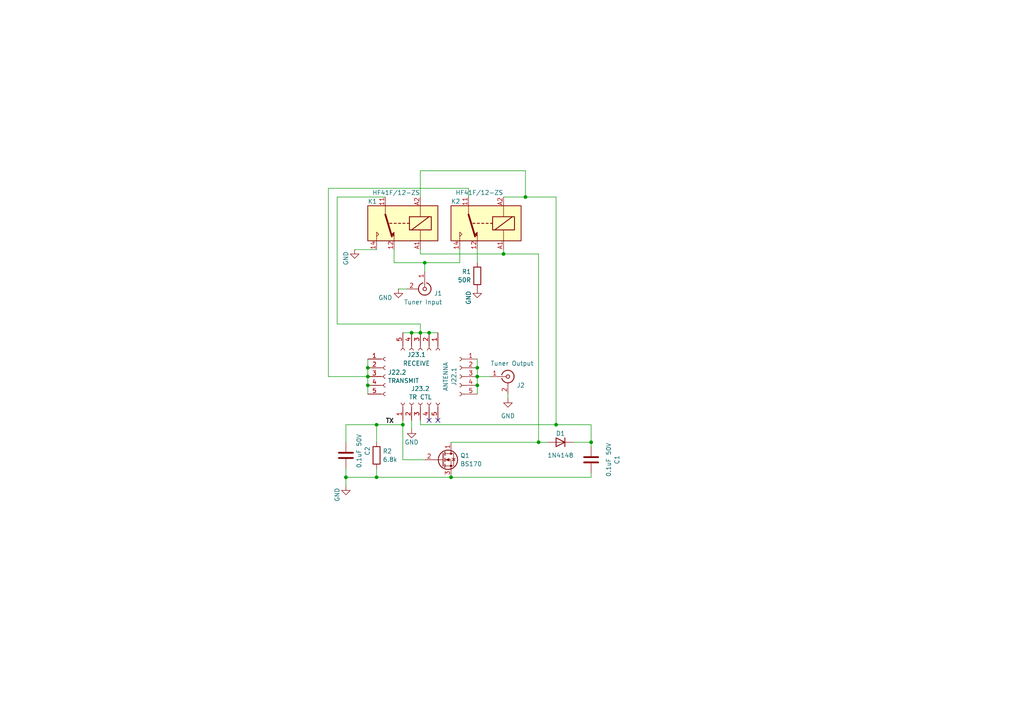
<source format=kicad_sch>
(kicad_sch (version 20250114) (generator "eeschema") (generator_version "9.0")
  (paper "A4")
  (title_block (title "K9HZ 100W 11 Band LPF TR Carrier Board") (date "2026-01-06") (rev "V2.00") (comment 1 "Layout by OG King-KI3P") (comment 2 "Designed by WJ Schmidt-K9HZ"))
  (lib_symbols
    (symbol "Connector:Conn_01x05_Socket" (pin_names (offset 1.016) (hide yes))
      (property "Reference" "J" (at 0 7.62 0))
      (property "Value" "Conn_01x05_Socket" (at 0 -7.62 0))
      (symbol "Conn_01x05_Socket_1_1"
        (polyline (pts (xy -1.27 5.08) (xy -0.508 5.08)) (stroke (width 0.1524)))
        (polyline (pts (xy -1.27 2.54) (xy -0.508 2.54)) (stroke (width 0.1524)))
        (polyline (pts (xy -1.27 0) (xy -0.508 0)) (stroke (width 0.1524)))
        (polyline (pts (xy -1.27 -2.54) (xy -0.508 -2.54)) (stroke (width 0.1524)))
        (polyline (pts (xy -1.27 -5.08) (xy -0.508 -5.08)) (stroke (width 0.1524)))
        (arc (start 0 4.572) (mid -0.5058 5.08) (end 0 5.588) (stroke (width 0.1524)))
        (arc (start 0 2.032) (mid -0.5058 2.54) (end 0 3.048) (stroke (width 0.1524)))
        (arc (start 0 -0.508) (mid -0.5058 0) (end 0 0.508) (stroke (width 0.1524)))
        (arc (start 0 -3.048) (mid -0.5058 -2.54) (end 0 -2.032) (stroke (width 0.1524)))
        (arc (start 0 -5.588) (mid -0.5058 -5.08) (end 0 -4.572) (stroke (width 0.1524)))
        (pin passive line (at -5.08 5.08 0) (length 3.81) (name "Pin_1") (number "1"))
        (pin passive line (at -5.08 2.54 0) (length 3.81) (name "Pin_2") (number "2"))
        (pin passive line (at -5.08 0 0) (length 3.81) (name "Pin_3") (number "3"))
        (pin passive line (at -5.08 -2.54 0) (length 3.81) (name "Pin_4") (number "4"))
        (pin passive line (at -5.08 -5.08 0) (length 3.81) (name "Pin_5") (number "5"))
      )
    )
    (symbol "Connector:Conn_Coaxial" (pin_names (offset 1.016) (hide yes))
      (property "Reference" "J" (at 0.254 3.048 0))
      (property "Value" "Conn_Coaxial" (at 2.921 0 90))
      (symbol "Conn_Coaxial_0_1"
        (polyline (pts (xy -2.54 0) (xy -0.508 0)))
        (arc (start 1.778 0) (mid 0.222 -1.8079) (end -1.778 -0.508) (stroke (width 0.254)))
        (arc (start -1.778 0.508) (mid 0.2221 1.8084) (end 1.778 0) (stroke (width 0.254)))
        (circle (center 0 0) (radius 0.508) (stroke (width 0.2032)))
        (polyline (pts (xy 0 -2.54) (xy 0 -1.778)))
      )
      (symbol "Conn_Coaxial_1_1"
        (pin passive line (at -5.08 0 0) (length 2.54) (name "In") (number "1"))
        (pin passive line (at 0 -5.08 90) (length 2.54) (name "Ext") (number "2"))
      )
    )
    (symbol "Device:C" (pin_numbers (hide yes)) (pin_names (offset 0.254))
      (property "Reference" "C" (at 0.635 2.54 0))
      (property "Value" "C" (at 0.635 -2.54 0))
      (symbol "C_0_1"
        (polyline (pts (xy -2.032 0.762) (xy 2.032 0.762)) (stroke (width 0.508)))
        (polyline (pts (xy -2.032 -0.762) (xy 2.032 -0.762)) (stroke (width 0.508)))
      )
      (symbol "C_1_1"
        (pin passive line (at 0 3.81 270) (length 2.794) (name "~") (number "1"))
        (pin passive line (at 0 -3.81 90) (length 2.794) (name "~") (number "2"))
      )
    )
    (symbol "Device:R" (pin_numbers (hide yes)) (pin_names (offset 0))
      (property "Reference" "R" (at 2.032 0 90))
      (property "Value" "R" (at 0 0 90))
      (symbol "R_0_1"
        (rectangle (start -1.016 -2.54) (end 1.016 2.54) (stroke (width 0.254)))
      )
      (symbol "R_1_1"
        (pin passive line (at 0 3.81 270) (length 1.27) (name "~") (number "1"))
        (pin passive line (at 0 -3.81 90) (length 1.27) (name "~") (number "2"))
      )
    )
    (symbol "Diode:1N4148" (pin_numbers (hide yes)) (pin_names (hide yes))
      (property "Reference" "D" (at 0 2.54 0))
      (property "Value" "1N4148" (at 0 -2.54 0))
      (symbol "1N4148_0_1"
        (polyline (pts (xy -1.27 1.27) (xy -1.27 -1.27)) (stroke (width 0.254)))
        (polyline (pts (xy 1.27 1.27) (xy 1.27 -1.27) (xy -1.27 0) (xy 1.27 1.27)) (stroke (width 0.254)))
        (polyline (pts (xy 1.27 0) (xy -1.27 0)))
      )
      (symbol "1N4148_1_1"
        (pin passive line (at -3.81 0 0) (length 2.54) (name "K") (number "1"))
        (pin passive line (at 3.81 0 180) (length 2.54) (name "A") (number "2"))
      )
    )
    (symbol "GND_1" (power) (pin_numbers (hide yes)) (pin_names (offset 0) (hide yes))
      (property "Value" "GND" (at 0 -3.81 0))
      (symbol "GND_1_0_1"
        (polyline (pts (xy 0 0) (xy 0 -1.27) (xy 1.27 -1.27) (xy 0 -2.54) (xy -1.27 -1.27) (xy 0 -1.27)))
      )
      (symbol "GND_1_1_1"
        (pin power_in line (at 0 0 270) (length 0) (name "~") (number "1"))
      )
    )
    (symbol "GND_2" (power) (pin_numbers (hide yes)) (pin_names (offset 0) (hide yes))
      (property "Value" "GND" (at 0 -3.81 0))
      (symbol "GND_2_0_1"
        (polyline (pts (xy 0 0) (xy 0 -1.27) (xy 1.27 -1.27) (xy 0 -2.54) (xy -1.27 -1.27) (xy 0 -1.27)))
      )
      (symbol "GND_2_1_1"
        (pin power_in line (at 0 0 270) (length 0) (name "~") (number "1"))
      )
    )
    (symbol "Relay:Relay_SPDT"
      (property "Reference" "K" (at 11.43 3.81 0))
      (property "Value" "Relay_SPDT" (at 11.43 1.27 0))
      (symbol "Relay_SPDT_0_0"
        (polyline (pts (xy 7.62 5.08) (xy 7.62 2.54) (xy 6.985 3.175) (xy 7.62 3.81)))
      )
      (symbol "Relay_SPDT_0_1"
        (rectangle (start -10.16 5.08) (end 10.16 -5.08) (stroke (width 0.254)) (fill (type background)))
        (rectangle (start -8.255 1.905) (end -1.905 -1.905) (stroke (width 0.254)))
        (polyline (pts (xy -7.62 -1.905) (xy -2.54 1.905)) (stroke (width 0.254)))
        (polyline (pts (xy -5.08 5.08) (xy -5.08 1.905)))
        (polyline (pts (xy -5.08 -5.08) (xy -5.08 -1.905)))
        (polyline (pts (xy -1.905 0) (xy -1.27 0)) (stroke (width 0.254)))
        (polyline (pts (xy -0.635 0) (xy 0 0)) (stroke (width 0.254)))
        (polyline (pts (xy 0.635 0) (xy 1.27 0)) (stroke (width 0.254)))
        (polyline (pts (xy 1.905 0) (xy 2.54 0)) (stroke (width 0.254)))
        (polyline (pts (xy 2.54 5.08) (xy 2.54 2.54) (xy 3.175 3.175) (xy 2.54 3.81)) (fill (type outline)))
        (polyline (pts (xy 3.175 0) (xy 3.81 0)) (stroke (width 0.254)))
        (polyline (pts (xy 5.08 -2.54) (xy 3.175 3.81)) (stroke (width 0.508)))
        (polyline (pts (xy 5.08 -2.54) (xy 5.08 -5.08)))
      )
      (symbol "Relay_SPDT_1_1"
        (pin passive line (at -5.08 7.62 270) (length 2.54) (name "~") (number "A1"))
        (pin passive line (at -5.08 -7.62 90) (length 2.54) (name "~") (number "A2"))
        (pin passive line (at 2.54 7.62 270) (length 2.54) (name "~") (number "12"))
        (pin passive line (at 5.08 -7.62 90) (length 2.54) (name "~") (number "11"))
        (pin passive line (at 7.62 7.62 270) (length 2.54) (name "~") (number "14"))
      )
    )
    (symbol "Transistor_FET:BS170" (pin_names (hide yes))
      (property "Reference" "Q" (at 5.08 1.905 0))
      (property "Value" "BS170" (at 5.08 0 0))
      (symbol "BS170_0_1"
        (polyline (pts (xy 0.254 1.905) (xy 0.254 -1.905)) (stroke (width 0.254)))
        (polyline (pts (xy 0.254 0) (xy -2.54 0)))
        (polyline (pts (xy 0.762 2.286) (xy 0.762 1.27)) (stroke (width 0.254)))
        (polyline (pts (xy 0.762 0.508) (xy 0.762 -0.508)) (stroke (width 0.254)))
        (polyline (pts (xy 0.762 -1.27) (xy 0.762 -2.286)) (stroke (width 0.254)))
        (polyline (pts (xy 0.762 -1.778) (xy 3.302 -1.778) (xy 3.302 1.778) (xy 0.762 1.778)))
        (polyline (pts (xy 1.016 0) (xy 2.032 0.381) (xy 2.032 -0.381) (xy 1.016 0)) (fill (type outline)))
        (circle (center 1.651 0) (radius 2.794) (stroke (width 0.254)))
        (polyline (pts (xy 2.54 2.54) (xy 2.54 1.778)))
        (circle (center 2.54 1.778) (radius 0.254) (fill (type outline)))
        (circle (center 2.54 -1.778) (radius 0.254) (fill (type outline)))
        (polyline (pts (xy 2.54 -2.54) (xy 2.54 0) (xy 0.762 0)))
        (polyline (pts (xy 2.794 0.508) (xy 2.921 0.381) (xy 3.683 0.381) (xy 3.81 0.254)))
        (polyline (pts (xy 3.302 0.381) (xy 2.921 -0.254) (xy 3.683 -0.254) (xy 3.302 0.381)))
      )
      (symbol "BS170_1_1"
        (pin input line (at -5.08 0 0) (length 2.54) (name "G") (number "2"))
        (pin passive line (at 2.54 5.08 270) (length 2.54) (name "D") (number "1"))
        (pin passive line (at 2.54 -5.08 90) (length 2.54) (name "S") (number "3"))
      )
    )
    (symbol "power:GND" (power) (pin_names (offset 0))
      (property "Value" "GND" (at 0 -3.81 0))
      (symbol "GND_0_1"
        (polyline (pts (xy 0 0) (xy 0 -1.27) (xy 1.27 -1.27) (xy 0 -2.54) (xy -1.27 -1.27) (xy 0 -1.27)))
      )
      (symbol "GND_1_1"
        (pin power_in line (at 0 0 270) (length 0) (hide yes) (name "GND") (number "1"))
      )
    )
  )
  (junction (at 156.21 128.27))
  (junction (at 106.68 106.68))
  (junction (at 138.43 111.76))
  (junction (at 138.43 106.68))
  (junction (at 161.29 123.19))
  (junction (at 106.68 109.22))
  (junction (at 121.92 96.52))
  (junction (at 152.4 57.15))
  (junction (at 138.43 109.22))
  (junction (at 106.68 111.76))
  (junction (at 124.46 96.52))
  (junction (at 100.33 138.43))
  (junction (at 116.84 123.19))
  (junction (at 109.22 123.19))
  (junction (at 130.81 138.43))
  (junction (at 119.38 96.52))
  (junction (at 109.22 138.43))
  (junction (at 171.45 128.27))
  (junction (at 123.19 76.2))
  (junction (at 146.05 73.66))
  (no_connect (at 124.46 121.92))
  (no_connect (at 127 121.92))
  (wire (pts (xy 100.33 123.19) (xy 109.22 123.19)))
  (wire (pts (xy 109.22 123.19) (xy 116.84 123.19)))
  (wire (pts (xy 171.45 128.27) (xy 171.45 129.54)))
  (wire (pts (xy 146.05 57.15) (xy 152.4 57.15)))
  (wire (pts (xy 121.92 96.52) (xy 124.46 96.52)))
  (wire (pts (xy 95.25 54.61) (xy 95.25 109.22)))
  (wire (pts (xy 106.68 109.22) (xy 106.68 111.76)))
  (wire (pts (xy 121.92 49.53) (xy 152.4 49.53)))
  (wire (pts (xy 121.92 123.19) (xy 161.29 123.19)))
  (wire (pts (xy 95.25 109.22) (xy 106.68 109.22)))
  (wire (pts (xy 130.81 128.27) (xy 156.21 128.27)))
  (wire (pts (xy 121.92 73.66) (xy 146.05 73.66)))
  (wire (pts (xy 135.89 54.61) (xy 95.25 54.61)))
  (wire (pts (xy 119.38 121.92) (xy 119.38 124.46)))
  (wire (pts (xy 100.33 140.97) (xy 100.33 138.43)))
  (wire (pts (xy 161.29 123.19) (xy 171.45 123.19)))
  (wire (pts (xy 138.43 106.68) (xy 138.43 109.22)))
  (wire (pts (xy 102.87 72.39) (xy 109.22 72.39)))
  (wire (pts (xy 152.4 49.53) (xy 152.4 57.15)))
  (wire (pts (xy 109.22 123.19) (xy 109.22 128.27)))
  (wire (pts (xy 138.43 104.14) (xy 138.43 106.68)))
  (wire (pts (xy 100.33 128.27) (xy 100.33 123.19)))
  (wire (pts (xy 171.45 137.16) (xy 171.45 138.43)))
  (wire (pts (xy 114.3 76.2) (xy 123.19 76.2)))
  (wire (pts (xy 121.92 96.52) (xy 121.92 93.98)))
  (wire (pts (xy 123.19 76.2) (xy 133.35 76.2)))
  (wire (pts (xy 121.92 93.98) (xy 97.79 93.98)))
  (wire (pts (xy 106.68 111.76) (xy 106.68 114.3)))
  (wire (pts (xy 133.35 76.2) (xy 133.35 72.39)))
  (wire (pts (xy 119.38 96.52) (xy 121.92 96.52)))
  (wire (pts (xy 147.32 114.3) (xy 147.32 115.57)))
  (wire (pts (xy 97.79 93.98) (xy 97.79 57.15)))
  (wire (pts (xy 123.19 76.2) (xy 123.19 78.74)))
  (wire (pts (xy 171.45 128.27) (xy 166.37 128.27)))
  (wire (pts (xy 138.43 111.76) (xy 138.43 114.3)))
  (wire (pts (xy 171.45 123.19) (xy 171.45 128.27)))
  (wire (pts (xy 156.21 73.66) (xy 156.21 128.27)))
  (wire (pts (xy 138.43 109.22) (xy 138.43 111.76)))
  (wire (pts (xy 116.84 96.52) (xy 119.38 96.52)))
  (wire (pts (xy 109.22 138.43) (xy 130.81 138.43)))
  (wire (pts (xy 121.92 72.39) (xy 121.92 73.66)))
  (wire (pts (xy 100.33 138.43) (xy 109.22 138.43)))
  (wire (pts (xy 106.68 106.68) (xy 106.68 109.22)))
  (wire (pts (xy 135.89 57.15) (xy 135.89 54.61)))
  (wire (pts (xy 124.46 96.52) (xy 127 96.52)))
  (wire (pts (xy 146.05 73.66) (xy 146.05 72.39)))
  (wire (pts (xy 156.21 73.66) (xy 146.05 73.66)))
  (wire (pts (xy 156.21 128.27) (xy 158.75 128.27)))
  (wire (pts (xy 115.57 83.82) (xy 118.11 83.82)))
  (wire (pts (xy 138.43 109.22) (xy 142.24 109.22)))
  (wire (pts (xy 121.92 57.15) (xy 121.92 49.53)))
  (wire (pts (xy 116.84 123.19) (xy 116.84 133.35)))
  (wire (pts (xy 114.3 72.39) (xy 114.3 76.2)))
  (wire (pts (xy 138.43 72.39) (xy 138.43 76.2)))
  (wire (pts (xy 100.33 138.43) (xy 100.33 135.89)))
  (wire (pts (xy 106.68 104.14) (xy 106.68 106.68)))
  (wire (pts (xy 161.29 57.15) (xy 152.4 57.15)))
  (wire (pts (xy 116.84 133.35) (xy 123.19 133.35)))
  (wire (pts (xy 116.84 123.19) (xy 116.84 121.92)))
  (wire (pts (xy 121.92 121.92) (xy 121.92 123.19)))
  (wire (pts (xy 171.45 138.43) (xy 130.81 138.43)))
  (wire (pts (xy 111.76 57.15) (xy 97.79 57.15)))
  (wire (pts (xy 161.29 57.15) (xy 161.29 123.19)))
  (wire (pts (xy 109.22 138.43) (xy 109.22 135.89)))
  (label "TX" (at 114.3 123.19 180) (effects (font (bold yes))))
  (symbol (lib_id "power:GND") (at 102.87 72.39 0) (mirror y) (unit 1)
    (property "Reference" "#PWR04" (effects (hide yes)))
    (property "Value" "GND" (at 100.33 74.93 90))
  )
  (symbol (lib_id "Relay:Relay_SPDT") (at 116.84 64.77 180) (unit 1)
    (property "Reference" "K1" (at 106.68 58.42 0) (effects (justify right)))
    (property "Value" "HF41F/12-ZS" (at 107.95 55.88 0) (effects (justify right)))
    (property "Footprint" "T41_Library:Relay_SPDT_HF41F12-ZS" (effects (hide yes)))
  )
  (symbol (lib_name "GND_2") (lib_id "power:GND") (at 147.32 115.57 0) (unit 1)
    (property "Reference" "#PWR03" (effects (hide yes)))
    (property "Value" "GND" (at 147.32 120.65 0))
    (property "Description" "Power symbol creates a global label with name \"GND\" , ground" (effects (hide yes)))
  )
  (symbol (lib_id "Device:R") (at 138.43 80.01 0) (mirror y) (unit 1)
    (property "Reference" "R1" (at 136.652 78.7979 0) (effects (justify left)))
    (property "Value" "50R" (at 136.652 81.2221 0) (effects (justify left)))
    (property "Footprint" "Resistor_SMD:R_1206_3216Metric" (effects (hide yes)))
    (property "Mouser Part Number" "71-CRCW120649R9FKEAC" (effects (hide yes)))
  )
  (symbol (lib_id "power:GND") (at 138.43 83.82 0) (mirror y) (unit 1)
    (property "Reference" "#PWR05" (effects (hide yes)))
    (property "Value" "GND" (at 135.89 86.36 90))
  )
  (symbol (lib_id "Connector:Conn_01x05_Socket") (at 133.35 109.22 0) (mirror y) (unit 1)
    (property "Reference" "J22.1" (at 131.6807 109.22 90))
    (property "Value" "ANTENNA" (at 129.2565 109.22 90))
    (property "Footprint" "Connector_PinSocket_2.54mm:PinSocket_1x05_P2.54mm_Vertical" (effects (hide yes)))
    (property "taydaelectronics.com" "A-5776" (effects (hide yes)))
  )
  (symbol (lib_id "power:GND") (at 119.38 124.46 0) (mirror y) (unit 1)
    (property "Reference" "#PWR0205" (effects (hide yes)))
    (property "Value" "GND" (at 119.38 128.27 0))
  )
  (symbol (lib_id "Connector:Conn_01x05_Socket") (at 121.92 116.84 90) (unit 1)
    (property "Reference" "J23.2" (at 121.92 112.7465 90))
    (property "Value" "TR CTL" (at 121.92 115.1707 90))
    (property "Footprint" "Connector_PinSocket_2.54mm:PinSocket_1x05_P2.54mm_Vertical" (effects (hide yes)))
  )
  (symbol (lib_id "Connector:Conn_01x05_Socket") (at 121.92 101.6 270) (unit 1)
    (property "Reference" "J23.1" (at 118.11 102.87 90) (effects (justify left)))
    (property "Value" "RECEIVE" (at 116.84 105.41 90) (effects (justify left)))
    (property "Footprint" "Connector_PinSocket_2.54mm:PinSocket_1x05_P2.54mm_Vertical" (effects (hide yes)))
    (property "taydaelectronics.com" "A-5776" (effects (hide yes)))
  )
  (symbol (lib_id "Device:R") (at 109.22 132.08 0) (unit 1)
    (property "Reference" "R2" (at 110.998 130.8679 0) (effects (justify left)))
    (property "Value" "6.8k" (at 110.998 133.2921 0) (effects (justify left)))
    (property "Footprint" "Resistor_SMD:R_1206_3216Metric" (effects (hide yes)))
    (property "Mouser Part Number" "652-CR1206JW-682ELF" (effects (hide yes)))
  )
  (symbol (lib_id "Transistor_FET:BS170") (at 128.27 133.35 0) (unit 1)
    (property "Reference" "Q1" (at 133.477 132.1379 0) (effects (justify left)))
    (property "Value" "BS170" (at 133.477 134.5621 0) (effects (justify left)))
    (property "Footprint" "Package_TO_SOT_THT:TO-92_Inline" (effects (hide yes)))
    (property "Datasheet" "https://www.onsemi.com/pub/Collateral/BS170-D.PDF" (effects (hide yes)))
    (property "Mouser Part Number" "512-BS170" (effects (hide yes)))
  )
  (symbol (lib_id "Device:C") (at 171.45 133.35 0) (unit 1)
    (property "Reference" "C1" (at 178.9542 133.35 90))
    (property "Value" "0.1uF 50V" (at 176.53 133.35 90))
    (property "Footprint" "Capacitor_SMD:C_1206_3216Metric" (effects (hide yes)))
    (property "Mouser Part Number" "581-12065F104K4" (effects (hide yes)))
  )
  (symbol (lib_id "Device:C") (at 100.33 132.08 0) (unit 1)
    (property "Reference" "C2" (at 106.5642 130.81 90))
    (property "Value" "0.1uF 50V" (at 104.14 130.81 90))
    (property "Footprint" "Capacitor_SMD:C_1206_3216Metric" (effects (hide yes)))
    (property "Mouser Part Number" "581-12065F104K4" (effects (hide yes)))
  )
  (symbol (lib_id "Connector:Conn_Coaxial") (at 147.32 109.22 0) (unit 1)
    (property "Reference" "J2" (at 149.86 111.76 0) (effects (justify left)))
    (property "Value" "Tuner Output" (at 142.24 105.41 0) (effects (justify left)))
    (property "Footprint" "Connector_Coaxial:SMA_Amphenol_901-144_Vertical" (effects (hide yes)))
    (property "Datasheet" " ~" (effects (hide yes)))
    (property "Mouser Part Number" "712-CONSMA001-G" (effects (hide yes)))
  )
  (symbol (lib_name "GND_1") (lib_id "power:GND") (at 115.57 83.82 0) (unit 1)
    (property "Reference" "#PWR02" (effects (hide yes)))
    (property "Value" "GND" (at 111.76 86.36 0))
    (property "Description" "Power symbol creates a global label with name \"GND\" , ground" (effects (hide yes)))
  )
  (symbol (lib_id "Diode:1N4148") (at 162.56 128.27 180) (unit 1)
    (property "Reference" "D1" (at 162.56 125.73 0))
    (property "Value" "1N4148" (at 162.56 132.08 0))
    (property "Footprint" "Diode_THT:D_DO-35_SOD27_P7.62mm_Horizontal" (effects (hide yes)))
    (property "Datasheet" "https://assets.nexperia.com/documents/data-sheet/1N4148_1N4448.pdf" (effects (hide yes)))
    (property "Mouser Part Number" "512-1N4148" (effects (hide yes)))
  )
  (symbol (lib_id "Connector:Conn_01x05_Socket") (at 111.76 109.22 0) (unit 1)
    (property "Reference" "J22.2" (at 112.4712 108.0079 0) (effects (justify left)))
    (property "Value" "TRANSMIT" (at 112.4712 110.4321 0) (effects (justify left)))
    (property "Footprint" "Connector_PinSocket_2.54mm:PinSocket_1x05_P2.54mm_Vertical" (effects (hide yes)))
  )
  (symbol (lib_id "Relay:Relay_SPDT") (at 140.97 64.77 180) (unit 1)
    (property "Reference" "K2" (at 130.81 58.42 0) (effects (justify right)))
    (property "Value" "HF41F/12-ZS" (at 132.08 55.88 0) (effects (justify right)))
    (property "Footprint" "T41_Library:Relay_SPDT_HF41F12-ZS" (effects (hide yes)))
  )
  (symbol (lib_id "Connector:Conn_Coaxial") (at 123.19 83.82 270) (unit 1)
    (property "Reference" "J1" (at 128.27 85.09 90) (effects (justify right)))
    (property "Value" "Tuner Input" (at 128.27 87.63 90) (effects (justify right)))
    (property "Footprint" "Connector_Coaxial:SMA_Amphenol_901-144_Vertical" (effects (hide yes)))
    (property "Mouser Part Number" "712-CONSMA001-G" (effects (hide yes)))
  )
  (symbol (lib_id "power:GND") (at 100.33 140.97 0) (mirror y) (unit 1)
    (property "Reference" "#PWR01" (effects (hide yes)))
    (property "Value" "GND" (at 97.79 143.51 90))
  )
)
</source>
